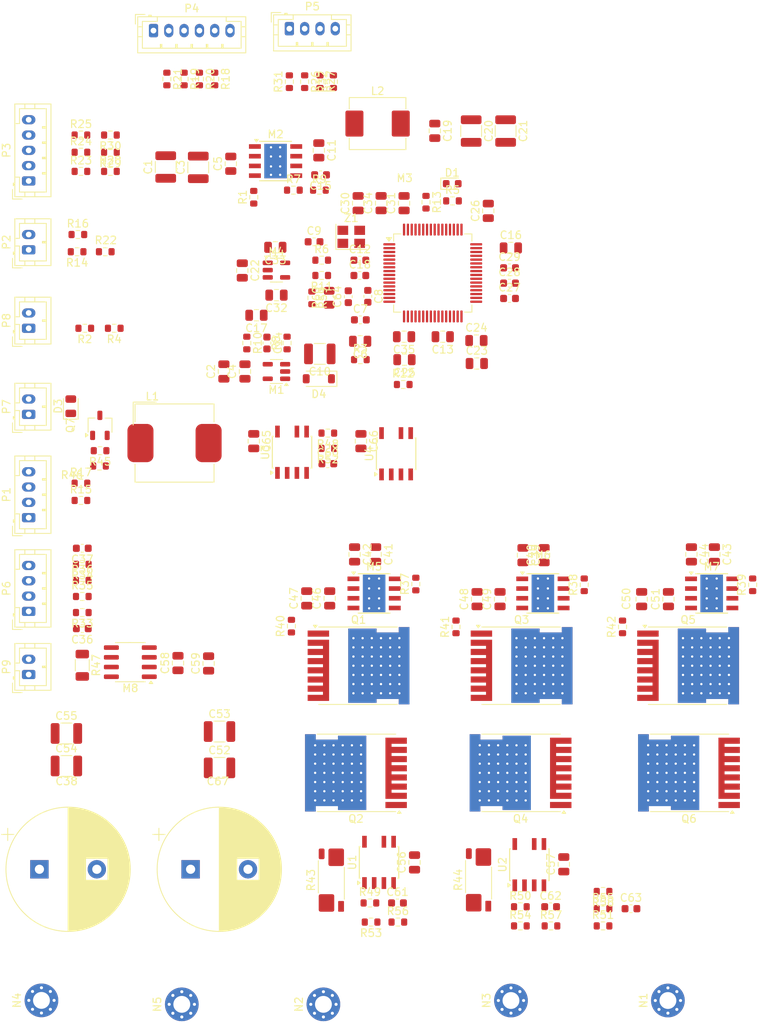
<source format=kicad_pcb>
(kicad_pcb (version 20240108) (generator "pcbnew") (generator_version "8.0")
  (layers (0 "F.Cu" signal) (31 "B.Cu" signal) (34 "B.Paste" user) (35 "F.Paste" user) (36 "B.SilkS" user "B.Silkscreen") (37 "F.SilkS" user "F.Silkscreen") (38 "B.Mask" user) (39 "F.Mask" user) (44 "Edge.Cuts" user))
  (net 0 "")
  (net 1 "+48V")
  (net 2 "GND")
  (net 3 "+5V")
  (net 4 "Net-(M3-V_DDA)")
  (net 5 "Net-(M3-PA0{slash}WKUP{slash}ADC_IN0)")
  (net 6 "Net-(C9-Pad2)")
  (net 7 "+12V")
  (net 8 "Net-(M2-BST)")
  (net 9 "Net-(M2-SW)")
  (net 10 "Net-(M3-OSC_IN)")
  (net 11 "Net-(M3-V_CAP1)")
  (net 12 "Net-(M1-FB)")
  (net 13 "Net-(M2-FB)")
  (net 14 "Net-(M3-V_CAP2)")
  (net 15 "NRST")
  (net 16 "+3.3V")
  (net 17 "Net-(M3-PC6{slash}TIM3_CH1)")
  (net 18 "Net-(M3-PC7{slash}TIM3_CH2)")
  (net 19 "Net-(M3-PC8{slash}TIM3_CH3)")
  (net 20 "Net-(M4-NR{slash}FB)")
  (net 21 "ADC_ANG")
  (net 22 "ADC_BRK")
  (net 23 "Net-(M5-HS)")
  (net 24 "Net-(M5-HB)")
  (net 25 "Net-(M6-HB)")
  (net 26 "Net-(M6-HS)")
  (net 27 "Net-(M7-HB)")
  (net 28 "TERMINAL_C")
  (net 29 "Net-(U3B-+)")
  (net 30 "Net-(U3A-+)")
  (net 31 "Net-(U4A-+)")
  (net 32 "Net-(U4B-+)")
  (net 33 "PCB_NTC")
  (net 34 "Net-(D1-Pad2)")
  (net 35 "Net-(Q7-D)")
  (net 36 "Net-(D4-A)")
  (net 37 "12V_EN")
  (net 38 "Net-(M2-RON)")
  (net 40 "BOOT")
  (net 41 "Net-(M3-OSC_OUT)")
  (net 45 "Net-(M3-PB7{slash}I2C1_SDA{slash}TIM4_CH2)")
  (net 46 "VOLTAGE_B")
  (net 47 "Net-(M3-PA4{slash}SPI1_NSS{slash}DAC_OUT1)")
  (net 49 "Net-(M3-PB6{slash}I2C1_SCL{slash}TIM4_CH1)")
  (net 50 "FET_AL")
  (net 51 "CURRENT_B")
  (net 53 "FET_CL")
  (net 55 "Net-(M3-PC10{slash}USART3_TX)")
  (net 56 "CAN_TX")
  (net 59 "FAN")
  (net 61 "Net-(M3-PA6{slash}SPI1_MISO)")
  (net 62 "Net-(M3-PA13{slash}SWDIO)")
  (net 63 "LED")
  (net 65 "FET_CH")
  (net 66 "CURRENT_A")
  (net 67 "FET_BL")
  (net 69 "FET_AH")
  (net 70 "CAN_RX")
  (net 71 "Net-(M3-PC11{slash}USART3_RX)")
  (net 72 "Net-(M3-PA5{slash}SPI1_SCK{slash}DAC_OUT2)")
  (net 73 "Net-(M3-PA7{slash}SPI1_MOSI)")
  (net 74 "VOLTAGE_U")
  (net 76 "VOLTAGE_C")
  (net 78 "Net-(M3-PA14{slash}SWCLK)")
  (net 79 "VOLTAGE_A")
  (net 82 "FET_BH")
  (net 83 "Net-(M5-HO)")
  (net 84 "Net-(M5-LO)")
  (net 85 "Net-(M6-HO)")
  (net 86 "Net-(M6-LO)")
  (net 87 "Net-(M7-LO)")
  (net 88 "Net-(M7-HO)")
  (net 89 "Net-(M8-CANH)")
  (net 90 "Net-(M8-CANL)")
  (net 91 "TERMINAL_A")
  (net 92 "TERMINAL_B")
  (net 93 "USART_RX")
  (net 94 "USART_TX")
  (net 95 "SWCLK")
  (net 96 "SWDIO")
  (net 97 "HALL_C")
  (net 98 "HALL_B")
  (net 99 "HALL_A")
  (net 100 "SPI_MOSI")
  (net 101 "SPI_SCK")
  (net 102 "SPI_MISO")
  (net 103 "SPI_NSS")
  (net 104 "IN_DIR")
  (net 105 "IN_PPM")
  (net 106 "Net-(P6-Pad3)")
  (net 107 "Net-(P6-Pad2)")
  (net 108 "EXT_NTC")
  (net 109 "Net-(Q1-G)")
  (net 110 "Net-(Q2-G)")
  (net 111 "Net-(Q3-G)")
  (net 112 "Net-(Q4-G)")
  (net 113 "Net-(Q5-G)")
  (net 114 "Net-(Q6-G)")
  (net 115 "Net-(Q7-G)")
  (net 116 "Net-(U1-_)")
  (net 117 "Net-(U1-+)")
  (net 118 "Net-(U2-_)")
  (net 119 "Net-(U2-+)")
  (net 120 "NC")
  (footprint "Capacitor_SMD:C_0805_2012Metric" (layer "F.Cu") (at 47.75 122.15 90)
    (property "Reference" "C4")
    (property "Value" "0.1uF 25v")
  )
  (footprint "Resistor_SMD:R_0603_1608Metric" (layer "F.Cu") (at 30.175 96)
    (property "Reference" "R28")
    (property "Value" "1K")
  )
  (footprint "Connector_JST:JST_PH_B2B-PH-K_1x02_P2.00mm_Vertical" (layer "F.Cu") (at 19.5 116.5 90)
    (property "Reference" "P8")
    (property "Value" "NTC")
  )
  (footprint "Resistor_SMD:R_0603_1608Metric" (layer "F.Cu") (at 25.825 106.5 180)
    (property "Reference" "R14")
    (property "Value" "330")
  )
  (footprint "Capacitor_SMD:C_0603_1608Metric" (layer "F.Cu") (at 56.775 105.2)
    (property "Reference" "C9")
    (property "Value" "12pF")
  )
  (footprint "Capacitor_SMD:C_0805_2012Metric" (layer "F.Cu") (at 64.82 146.05 -90)
    (property "Reference" "C41")
    (property "Value" "0.1uF 25v")
  )
  (footprint "Capacitor_SMD:C_0805_2012Metric" (layer "F.Cu") (at 51.8675 112.17 180)
    (property "Reference" "C32")
    (property "Value" "0.1uF 25v")
  )
  (footprint "Crystal:Crystal_SMD_3225-4Pin_3.2x2.5mm" (layer "F.Cu") (at 61.635 104.55)
    (property "Reference" "Z1")
    (property "Value" "12MHz")
  )
  (footprint "Resistor_SMD:R_0603_1608Metric" (layer "F.Cu") (at 71.4 100.025 -90)
    (property "Reference" "R13")
    (property "Value" "10K")
  )
  (footprint "MountingHole:MountingHole_2.2mm_M2_Pad_Via" (layer "F.Cu") (at 82.5 204.35 90)
    (property "Reference" "N3")
    (property "Value" "PAD4")
  )
  (footprint "Package_SO:SOIC-8_3.9x4.9mm_P1.27mm" (layer "F.Cu") (at 32.775 160.135 180)
    (property "Reference" "M8")
    (property "Value" "SN65HVD256")
  )
  (footprint "Capacitor_SMD:C_0805_2012Metric" (layer "F.Cu") (at 57.4 93.25 -90)
    (property "Reference" "C11")
    (property "Value" "2.2nF 50v")
  )
  (footprint "Package_QFP:LQFP-64_10x10mm_P0.5mm" (layer "F.Cu") (at 72.285 109.28)
    (property "Reference" "M3")
    (property "Value" "STM32F405RG")
  )
  (footprint "Package_TO_SOT_SMD:TSOT-23" (layer "F.Cu") (at 28.8 129.19 90)
    (property "Reference" "Q7")
    (property "Value" "IRLML6401")
  )
  (footprint "Package_TO_SOT_SMD:SOT-23-5" (layer "F.Cu") (at 51.8625 108.9)
    (property "Reference" "M4")
    (property "Value" "TPS73633")
  )
  (footprint "Capacitor_SMD:C_0805_2012Metric" (layer "F.Cu") (at 68.535 100.155 90)
    (property "Reference" "C31")
    (property "Value" "0.1uF 25v")
  )
  (footprint "Resistor_SMD:R_0805_2012Metric" (layer "F.Cu") (at 58.75 112.5125 90)
    (property "Reference" "R60")
    (property "Value" "10K NTC")
  )
  (footprint "Resistor_SMD:R_0603_1608Metric" (layer "F.Cu") (at 26.5 147.35 180)
    (property "Reference" "R34")
    (property "Value" "10K 1%")
  )
  (footprint "Capacitor_SMD:C_0805_2012Metric" (layer "F.Cu") (at 48.9 131.25 -90)
    (property "Reference" "C65")
    (property "Value" "0.1uF 25v")
  )
  (footprint "Inductor_SMD:L_Abracon_ASPI-0630LR" (layer "F.Cu") (at 65.075 89.75)
    (property "Reference" "L2")
    (property "Value" "22uH")
  )
  (footprint "Package_SO:Texas_HSOP-8-1EP_3.9x4.9mm_P1.27mm_ThermalVias" (layer "F.Cu") (at 64.62 151.15)
    (property "Reference" "M5")
    (property "Value" "UCC27211A")
  )
  (footprint "Capacitor_SMD:C_0603_1608Metric" (layer "F.Cu") (at 58.575 134.2)
    (property "Reference" "C60")
    (property "Value" "1nF C0G")
  )
  (footprint "Capacitor_SMD:C_0805_2012Metric" (layer "F.Cu") (at 81.07 151.9 90)
    (property "Reference" "C49")
    (property "Value" "0.1uF 25v")
  )
  (footprint "Capacitor_SMD:C_0805_2012Metric" (layer "F.Cu") (at 55.82 151.8 90)
    (property "Reference" "C47")
    (property "Value" "0.1uF 25v")
  )
  (footprint "Package_SO:SOIC-8-N7_3.9x4.9mm_P1.27mm" (layer "F.Cu") (at 53.9 132.7 90)
    (property "Reference" "U3")
    (property "Value" "AD8539")
  )
  (footprint "Resistor_SMD:R_0603_1608Metric" (layer "F.Cu") (at 114.07 150.025 90)
    (property "Reference" "R39")
    (property "Value" "2")
  )
  (footprint "Capacitor_SMD:C_0805_2012Metric" (layer "F.Cu") (at 58.82 151.8 90)
    (property "Reference" "C46")
    (property "Value" "4.7uF 25v")
  )
  (footprint "Capacitor_SMD:C_0805_2012Metric" (layer "F.Cu") (at 45 122.15 90)
    (property "Reference" "C2")
    (property "Value" "4.7uF 16v")
  )
  (footprint "Capacitor_SMD:C_0805_2012Metric" (layer "F.Cu") (at 69.9 186.3 90)
    (property "Reference" "C56")
    (property "Value" "0.1uF 25v")
  )
  (footprint "Resistor_SMD:R_0603_1608Metric" (layer "F.Cu") (at 83.725 194.6)
    (property "Reference" "R54")
    (property "Value" "22K 1%")
  )
  (footprint "Resistor_SMD:R_0603_1608Metric" (layer "F.Cu") (at 26.5 149.45)
    (property "Reference" "R36")
    (property "Value" "10K 1%")
  )
  (footprint "Capacitor_SMD:C_0603_1608Metric" (layer "F.Cu") (at 62.76 107.605)
    (property "Reference" "C12")
    (property "Value" "12pF")
  )
  (footprint "Capacitor_SMD:C_0603_1608Metric" (layer "F.Cu") (at 50.622 118.425 -90)
    (property "Reference" "C14")
    (property "Value" "180pF")
  )
  (footprint "Package_TO_SOT_SMD:Infineon_PG-HSOF-8-1_ThermalVias" (layer "F.Cu") (at 105.75 174.6 180)
    (property "Reference" "Q6")
    (property "Value" "IPT010N08NM5")
  )
  (footprint "Capacitor_SMD:C_1210_3225Metric" (layer "F.Cu") (at 81.8 90.725 -90)
    (property "Reference" "C21")
    (property "Value" "47uF 10v")
  )
  (footprint "Connector_JST:JST_PH_B2B-PH-K_1x02_P2.00mm_Vertical" (layer "F.Cu") (at 19.5 106.25 90)
    (property "Reference" "P2")
    (property "Value" "SWD")
  )
  (footprint "Resistor_SMD:R_0603_1608Metric" (layer "F.Cu") (at 28.75 134.5 180)
    (property "Reference" "R46")
    (property "Value" "1K")
  )
  (footprint "Capacitor_SMD:C_0805_2012Metric" (layer "F.Cu") (at 82.485 106.005)
    (property "Reference" "C16")
    (property "Value" "0.1uF 25v")
  )
  (footprint "Capacitor_SMD:C_0805_2012Metric" (layer "F.Cu") (at 109.07 146.05 -90)
    (property "Reference" "C43")
    (property "Value" "0.1uF 25v")
  )
  (footprint "Capacitor_SMD:C_0603_1608Metric" (layer "F.Cu") (at 26.5 155.75 180)
    (property "Reference" "C36")
    (property "Value" "0.01uF 25v")
  )
  (footprint "Capacitor_SMD:C_1210_3225Metric" (layer "F.Cu") (at 24.425 169.45)
    (property "Reference" "C55")
    (property "Value" "4.7uF 100v")
  )
  (footprint "Capacitor_THT:CP_Radial_D16.0mm_P7.50mm" (layer "F.Cu") (at 20.9 187.2)
    (property "Reference" "C38")
    (property "Value" "680uF 80v")
  )
  (footprint "Capacitor_SMD:C_0603_1608Metric" (layer "F.Cu") (at 26.5 145.25 180)
    (property "Reference" "C37")
    (property "Value" "0.01uF 25v")
  )
  (footprint "Package_SO:TI_SO-PowerPAD-8_ThermalVias" (layer "F.Cu") (at 51.75 94.65)
    (property "Reference" "M2")
    (property "Value" "LM5164")
  )
  (footprint "Resistor_SMD:R_0603_1608Metric" (layer "F.Cu") (at 94.525 194.6)
    (property "Reference" "R51")
    (property "Value" "470K 1%")
  )
  (footprint "Resistor_SMD:R_1206_3216Metric" (layer "F.Cu") (at 26.5 160.5375 -90)
    (property "Reference" "R47")
    (property "Value" "470")
  )
  (footprint "Resistor_SMD:R_0603_1608Metric" (layer "F.Cu") (at 57.475 98.45)
    (property "Reference" "R9")
    (property "Value" "100K 1%")
  )
  (footprint "Resistor_SMD:R_0603_1608Metric" (layer "F.Cu") (at 26.325 139)
    (property "Reference" "R15")
    (property "Value" "330")
  )
  (footprint "Package_SO:SOIC-8-N7_3.9x4.9mm_P1.27mm" (layer "F.Cu") (at 65.265 186.3 90)
    (property "Reference" "U1")
    (property "Value" "AD8418")
  )
  (footprint "Capacitor_SMD:C_0603_1608Metric" (layer "F.Cu") (at 62.76 109.605)
    (property "Reference" "C18")
    (property "Value" "0.01uF 25v")
  )
  (footprint "Inductor_SMD:L_Bourns_SRP1050WA" (layer "F.Cu") (at 38.55 131.5)
    (property "Reference" "L1")
    (property "Value" "10uH")
  )
  (footprint "Resistor_SMD:R_0603_1608Metric" (layer "F.Cu") (at 57.775 109.6 180)
    (property "Reference" "R11")
    (property "Value" "10K")
  )
  (footprint "Connector_JST:JST_PH_B4B-PH-K_1x04_P2.00mm_Vertical" (layer "F.Cu") (at 53.55 77.35)
    (property "Reference" "P5")
    (property "Value" "PPM")
  )
  (footprint "Resistor_SMD:R_0603_1608Metric" (layer "F.Cu") (at 58.575 132.2 180)
    (property "Reference" "R52")
    (property "Value" "22K 1%")
  )
  (footprint "Connector_JST:JST_PH_B2B-PH-K_1x02_P2.00mm_Vertical" (layer "F.Cu") (at 19.5 127.75 90)
    (property "Reference" "P7")
    (property "Value" "FAN")
  )
  (footprint "Resistor_SMD:R_0603_1608Metric" (layer "F.Cu") (at 37.55 83.925 -90)
    (property "Reference" "R21")
    (property "Value" "330")
  )
  (footprint "Package_SO:SOIC-8-N7_3.9x4.9mm_P1.27mm" (layer "F.Cu") (at 84.9 186.6 90)
    (property "Reference" "U2")
    (property "Value" "AD8418")
  )
  (footprint "Resistor_SMD:R_0603_1608Metric" (layer "F.Cu") (at 26.325 136.75)
    (property "Reference" "R17")
    (property "Value" "330")
  )
  (footprint "Resistor_SMD:R_0603_1608Metric" (layer "F.Cu") (at 26.325 96)
    (property "Reference" "R23")
    (property "Value" "1K")
  )
  (footprint "Capacitor_SMD:C_1210_3225Metric" (layer "F.Cu") (at 37.4 95.425 90)
    (property "Reference" "C1")
    (property "Value" "2.2uF 100v")
  )
  (footprint "Capacitor_SMD:C_0805_2012Metric" (layer "F.Cu") (at 103.07 151.9 90)
    (property "Reference" "C51")
    (property "Value" "0.1uF 25v")
  )
  (footprint "Capacitor_SMD:C_1210_3225Metric" (layer "F.Cu") (at 44.425 169.2)
    (property "Reference" "C53")
    (property "Value" "4.7uF 100v")
  )
  (footprint "Capacitor_SMD:C_0603_1608Metric" (layer "F.Cu") (at 82.31 112.605)
    (property "Reference" "C27")
    (property "Value" "0.01uF 25v")
  )
  (footprint "Capacitor_SMD:C_0805_2012Metric" (layer "F.Cu") (at 65.535 100.15 90)
    (property "Reference" "C34")
    (property "Value" "0.1uF 25v")
  )
  (footprint "Capacitor_SMD:C_1210_3225Metric" (layer "F.Cu") (at 44.425 173.95)
    (property "Reference" "C52")
    (property "Value" "4.7uF 100v")
  )
  (footprint "Capacitor_SMD:C_0805_2012Metric" (layer "F.Cu") (at 51.7175 105.92 180)
    (property "Reference" "C33")
    (property "Value" "0.1uF 25v")
  )
  (footprint "Capacitor_SMD:C_0805_2012Metric" (layer "F.Cu") (at 62.535 100.155 90)
    (property "Reference" "C30")
    (property "Value" "4.7uF 16v")
  )
  (footprint "Resistor_SMD:R_0603_1608Metric" (layer "F.Cu") (at 64.225 194.1 180)
    (property "Reference" "R53")
    (property "Value" "22K 1%")
  )
  (footprint "Package_TO_SOT_SMD:Infineon_PG-HSOF-8-1_ThermalVias" (layer "F.Cu") (at 62.25 174.6 180)
    (property "Reference" "Q2")
    (property "Value" "IPT010N08NM5")
  )
  (footprint "Resistor_SMD:R_0603_1608Metric" (layer "F.Cu") (at 55.55 84.275 -90)
    (property "Reference" "R26")
    (property "Value" "330")
  )
  (footprint "Resistor_SMD:R_0603_1608Metric" (layer "F.Cu") (at 29.5 106.5 180)
    (property "Reference" "R22")
    (property "Value" "1")
  )
  (footprint "Capacitor_SMD:C_0805_2012Metric" (layer "F.Cu") (at 72.55 90.7 -90)
    (property "Reference" "C19")
    (property "Value" "1uF 25v")
  )
  (footprint "Resistor_SMD:R_0603_1608Metric" (layer "F.Cu") (at 75.32 155.525 90)
    (property "Reference" "R41")
    (property "Value" "2")
  )
  (footprint "Resistor_SMD:R_0603_1608Metric" (layer "F.Cu") (at 53.25 118.425 90)
    (property "Reference" "R8")
    (property "Value" "100K 1%")
  )
  (footprint "Resistor_SMD:R_0603_1608Metric" (layer "F.Cu") (at 74.86 99.855)
    (property "Reference" "R5")
    (property "Value" "1K")
  )
  (footprint "Resistor_SMD:R_0603_1608Metric" (layer "F.Cu") (at 57.775 107.6)
    (property "Reference" "R6")
    (property "Value" "1K")
  )
  (footprint "Resistor_SMD:R_Shunt_Vishay_WSK2512_6332Metric_T1.19mm" (layer "F.Cu") (at 59.035 188.615 90)
    (property "Reference" "R43")
    (property "Value" "0.0005 1%")
  )
  (footprint "Resistor_SMD:R_0603_1608Metric" (layer "F.Cu") (at 94.525 190.1 180)
    (property "Reference" "R58")
    (property "Value" "470K 1%")
  )
  (footprint "Resistor_SMD:R_0603_1608Metric" (layer "F.Cu") (at 68.425 123.85)
    (property "Reference" "R12")
    (property "Value" "10K")
  )
  (footprint "Capacitor_SMD:C_0805_2012Metric" (layer "F.Cu") (at 84.07 146.15 -90)
    (property "Reference" "C39")
    (property "Value" "0.1uF 25v")
  )
  (footprint "Capacitor_THT:CP_Radial_D16.0mm_P7.50mm" (layer "F.Cu") (at 40.65 187.2)
    (property "Reference" "C67")
    (property "Value" "680uF 80v")
  )
  (footprint "Resistor_SMD:R_0603_1608Metric" (layer "F.Cu") (at 26.5 153.65 180)
    (property "Reference" "R33")
    (property "Value" "10K 1%")
  )
  (footprint "Capacitor_SMD:C_0805_2012Metric" (layer "F.Cu") (at 68.585 120.605 180)
    (property "Reference" "C25")
    (property "Value" "4.7uF 16v")
  )
  (footprint "Capacitor_SMD:C_0603_1608Metric" (layer "F.Cu") (at 82.31 108.605)
    (property "Reference" "C29")
    (property "Value" "0.01uF 25v")
  )
  (footprint "Capacitor_SMD:C_0603_1608Metric" (layer "F.Cu") (at 67.675 191.6)
    (property "Reference" "C61")
    (property "Value" "1nF C0G")
  )
  (footprint "Package_TO_SOT_SMD:SOT-23-5" (layer "F.Cu") (at 51.8625 122.15 180)
    (property "Reference" "M1")
    (property "Value" "TPS61040")
  )
  (footprint "Capacitor_SMD:C_0805_2012Metric" (layer "F.Cu") (at 39 160.25 90)
    (property "Reference" "C58")
    (property "Value" "0.1uF 25v")
  )
  (footprint "Capacitor_SMD:C_0603_1608Metric" (layer "F.Cu") (at 57.625 96.45 180)
    (property "Reference" "C15")
    (property "Value" "180pF")
  )
  (footprint "Resistor_SMD:R_0603_1608Metric" (layer "F.Cu") (at 64.075 191.6)
    (property "Reference" "R49")
    (property "Value" "470K 1%")
  )
  (footprint "Resistor_SMD:R_0603_1608Metric" (layer "F.Cu") (at 41.8 83.925 -90)
    (property "Reference" "R20")
    (property "Value" "330")
  )
  (footprint "Capacitor_SMD:C_0603_1608Metric" (layer "F.Cu") (at 82.31 110.605)
    (property "Reference" "C28")
    (property "Value" "0.01uF 25v")
  )
  (footprint "Capacitor_SMD:C_0805_2012Metric" (layer "F.Cu") (at 106.07 146.05 -90)
    (property "Reference" "C44")
    (property "Value" "1uF 25v")
  )
  (footprint "Connector_JST:JST_PH_B2B-PH-K_1x02_P2.00mm_Vertical" (layer "F.Cu") (at 19.5 161.75 90)
    (property "Reference" "P9")
    (property "Value" "CAN")
  )
  (footprint "Capacitor_SMD:C_0805_2012Metric" (layer "F.Cu") (at 78.035 121.105)
    (property "Reference" "C23")
    (property "Value" "4.7uF 16v")
  )
  (footprint "Package_TO_SOT_SMD:Infineon_PG-HSOF-8-1_ThermalVias" (layer "F.Cu") (at 83.89 160.6)
    (property "Reference" "Q3")
    (property "Value" "IPT010N08NM5")
  )
  (footprint "Package_TO_SOT_SMD:Infineon_PG-HSOF-8-1_ThermalVias" (layer "F.Cu") (at 105.64 160.6)
    (property "Reference" "Q5")
    (property "Value" "IPT010N08NM5")
  )
  (footprint "Capacitor_SMD:C_1210_3225Metric" (layer "F.Cu") (at 57.525 119.85 180)
    (property "Reference" "C10")
    (property "Value" "10uF 25v")
  )
  (footprint "Capacitor_SMD:C_0603_1608Metric" (layer "F.Cu") (at 63.8 112.325 -90)
    (property "Reference" "C8")
    (property "Value" "0.01uF 25v")
  )
  (footprint "Capacitor_SMD:C_0805_2012Metric" (layer "F.Cu") (at 45.9 95 90)
    (property "Reference" "C5")
    (property "Value" "0.1uF 100v")
  )
  (footprint "LED_SMD:LED_0603_1608Metric" (layer "F.Cu") (at 74.8225 97.605)
    (property "Reference" "D1")
    (property "Value" "LED")
  )
  (footprint "Resistor_SMD:R_0603_1608Metric" (layer "F.Cu") (at 28.825 132.5 180)
    (property "Reference" "R45")
    (property "Value" "47K")
  )
  (footprint "MountingHole:MountingHole_2.2mm_M2_Pad_Via" (layer "F.Cu") (at 58 204.85 90)
    (property "Reference" "N2")
    (property "Value" "PAD4")
  )
  (footprint "Capacitor_SMD:C_0805_2012Metric" (layer "F.Cu") (at 62.07 146.05 -90)
    (property "Reference" "C42")
    (property "Value" "1uF 25v")
  )
  (footprint "Capacitor_SMD:C_0603_1608Metric" (layer "F.Cu") (at 87.675 192.1)
    (property "Reference" "C62")
    (property "Value" "1nF C0G")
  )
  (footprint "Capacitor_SMD:C_0805_2012Metric" (layer "F.Cu") (at 78.07 151.9 90)
    (property "Reference" "C48")
    (property "Value" "4.7uF 25v")
  )
  (footprint "Resistor_SMD:R_0603_1608Metric" (layer "F.Cu") (at 67.725 194.1)
    (property "Reference" "R56")
    (property "Value" "470K 1%")
  )
  (footprint "Resistor_SMD:R_0603_1608Metric" (layer "F.Cu") (at 47.994 118.425 -90)
    (property "Reference" "R10")
    (property "Value" "13.7K 1%")
  )
  (footprint "Package_SO:Texas_HSOP-8-1EP_3.9x4.9mm_P1.27mm_ThermalVias" (layer "F.Cu") (at 86.67 151.15)
    (property "Reference" "M6")
    (property "Value" "UCC27211A")
  )
  (footprint "Resistor_SMD:R_0603_1608Metric" (layer "F.Cu") (at 92.07 150.025 90)
    (property "Reference" "R38")
    (property "Value" "2")
  )
  (footprint "Resistor_SMD:R_0603_1608Metric" (layer "F.Cu") (at 26.325 91.25)
    (property "Reference" "R25")
    (property "Value" "1K")
  )
  (footprint "Resistor_SMD:R_0603_1608Metric" (layer "F.Cu") (at 30.175 93.5 180)
    (property "Reference" "R29")
    (property "Value" "1K")
  )
  (footprint "Package_TO_SOT_SMD:Infineon_PG-HSOF-8-1_ThermalVias" (layer "F.Cu") (at 62.59 160.6)
    (property "Reference" "Q1")
    (property "Value" "IPT010N08NM5")
  )
  (footprint "Resistor_SMD:R_0603_1608Metric" (layer "F.Cu") (at 39.8 83.925 -90)
    (property "Reference" "R19")
    (property "Value" "330")
  )
  (footprint "Capacitor_SMD:C_1210_3225Metric" (layer "F.Cu") (at 77.3 90.725 -90)
    (property "Reference" "C20")
    (property "Value" "47uF 10v")
  )
  (footprint "Package_TO_SOT_SMD:Infineon_PG-HSOF-8-1_ThermalVias" (layer "F.Cu") (at 83.75 174.6 180)
    (property "Reference" "Q4")
    (property "Value" "IPT010N08NM5")
  )
  (footprint "Resistor_SMD:R_0603_1608Metric" (layer "F.Cu") (at 70.07 149.925 90)
    (property "Reference" "R37")
    (property "Value" "2")
  )
  (footprint "Resistor_SMD:R_0603_1608Metric" (layer "F.Cu") (at 30.175 91.25 180)
    (property "Reference" "R30")
    (property "Value" "1K")
  )
  (footprint "Capacitor_SMD:C_0603_1608Metric" (layer "F.Cu") (at 62.825 115.4)
    (property "Reference" "C7")
    (property "Value" "0.01uF 25v")
  )
  (footprint "Resistor_SMD:R_0603_1608Metric" (layer "F.Cu") (at 30.675 116.5 180)
    (property "Reference" "R4")
    (property "Value" "330")
  )
  (footprint "Connector_JST:JST_PH_B4B-PH-K_1x04_P2.00mm_Vertical" (layer "F.Cu") (at 19.5 153.5 90)
    (property "Reference" "P6")
    (property "Value" "ANALOG")
  )
  (footprint "Resistor_SMD:R_0603_1608Metric" (layer "F.Cu") (at 59.3 84.275 90)
    (property "Reference" "R32")
    (property "Value" "1K")
  )
  (footprint "Capacitor_SMD:C_0805_2012Metric" (layer "F.Cu") (at 77.985 118.105)
    (property "Reference" "C24")
    (property "Value" "0.1uF 25v")
  )
  (footprint "Capacitor_SMD:C_1210_3225Metric" (layer "F.Cu") (at 41.65 95.475 90)
    (property "Reference" "C3")
    (property "Value" "2.2uF 100v")
  )
  (footprint "Resistor_SMD:R_Shunt_Vishay_WSK2512_6332Metric_T1.19mm" (layer "F.Cu") (at 78.265 188.585 90)
    (property "Reference" "R44")
    (property "Value" "0.0005 1%")
  )
  (footprint "Resistor_SMD:R_0603_1608Metric" (layer "F.Cu") (at 48.9 99.375 90)
    (property "Reference" "R1")
    (property "Value" "15K")
  )
  (footprint "Capacitor_SMD:C_1210_3225Metric" (layer "F.Cu") (at 24.425 173.7)
    (property "Reference" "C54")
    (property "Value" "4.7uF 100v")
  )
  (footprint "MountingHole:MountingHole_2.2mm_M2_Pad_Via" (layer "F.Cu") (at 39.5 204.85 90)
    (property "Reference" "N5")
    (property "Value" "PAD4")
  )
  (footprint "Capacitor_SMD:C_0805_2012Metric" (layer "F.Cu") (at 49.25 114.8 180)
    (property "Reference" "C17")
    (property "Value" "0.1uF 25v")
  )
  (footprint "Capacitor_SMD:C_0805_2012Metric" (layer "F.Cu") (at 86.82 146.15 90)
    (property "Reference" "C40")
    (property "Value" "1uF 25v")
  )
  (footprint "Resistor_SMD:R_0603_1608Metric" (layer "F.Cu") (at 25.925 104.25)
    (property "Reference" "R16")
    (property "Value" "330")
  )
  (footprint "Capacitor_SMD:C_0603_1608Metric" (layer "F.Cu") (at 61.25 112.375 90)
    (property "Reference" "C64")
    (property "Value" "0.01uF 25v")
  )
  (footprint "Capacitor_SMD:C_0805_2012Metric" (layer "F.Cu") (at 68.535 117.605 180)
    (property "Reference" "C35")
    (property "Value" "0.1uF 25v")
  )
  (footprint "Resistor_SMD:R_0603_1608Metric" (layer "F.Cu") (at 62.825 120.6)
    (property "Reference" "R3")
    (property "Value" "1")
  )
  (footprint "Diode_SMD:D_SOD-123" (layer "F.Cu") (at 57.4 123.1 180)
    (property "Reference" "D4")
    (property "Value" "MBR0530")
  )
  (footprint "Resistor_SMD:R_0603_1608Metric" (layer "F.Cu") (at 57.55 84.275 -90)
    (property "Reference" "R27")
    (property "Value" "330")
  )
  (footprint "Connector_JST:JST_PH_B4B-PH-K_1x04_P2.00mm_Vertical" (layer "F.Cu") (at 19.5 141.25 90)
    (property "Reference" "P1")
    (property "Value" "USART")
  )
  (footprint "Capacitor_SMD:C_0805_2012Metric" (layer "F.Cu") (at 62.9 131.25 -90)
    (property "Reference" "C66")
    (property "Value" "0.1uF 25v")
  )
  (footprint "Capacitor_SMD:C_0805_2012Metric" (layer "F.Cu") (at 79.535 101.155 90)
    (property "Reference" "C26")
    (property "Value" "0.1uF 25v")
  )
  (footprint "Resistor_SMD:R_0603_1608Metric" (layer "F.Cu") (at 26.325 93.5)
    (property "Reference" "R24")
    (property "Value" "1K")
  )
  (footprint "Capacitor_SMD:C_0805_2012Metric" (layer "F.Cu") (at 99.57 151.9 90)
    (property "Reference" "C50")
    (property "Value" "4.7uF 25v")
  )
  (footprint "Capacitor_SMD:C_0805_2012Metric" (layer "F.Cu") (at 62.8 118.2 180)
    (property "Reference" "C6")
    (property "Value" "0.1uF 25v")
  )
  (footprint "Resistor_SMD:R_0603_1608Metric" (layer "F.Cu") (at 26.5 151.55)
    (property "Reference" "R35")
    (property "Value" "10K 1%")
  )
  (footprint "Capacitor_SMD:C_0805_2012Metric" (layer "F.Cu") (at 73.585 117.605 180)
    (property "Reference" "C13")
    (property "Value" "0.1uF 25v")
  )
  (footprint "Capacitor_SMD:C_0805_2012Metric" (layer "F.Cu") (at 89.4 186.55 90)
    (property "Reference" "C57")
    (property "Value" "0.1uF 25v")
  )
  (footprint "Package_SO:Texas_HSOP-8-1EP_3.9x4.9mm_P1.27mm_ThermalVias" (layer "F.Cu") (at 108.72 151.15)
    (property "Reference" "M7")
    (property "Value" "UCC27211A")
  )
  (footprint "MountingHole:MountingHole_2.2mm_M2_Pad_Via" (layer "F.Cu") (at 103 204.35 90)
    (property "Reference" "N1")
    (property "Value" "PAD4")
  )
  (footprint "Resistor_SMD:R_0603_1608Metric" (layer "F.Cu") (at 26.825 116.5 180)
    (property "Reference" "R2")
    (property "Value" "10K 1%")
  )
  (footprint "Resistor_SMD:R_0603_1608Metric" (layer "F.Cu") (at 94.525 192.35)
    (property "Reference" "R55")
    (property "Value" "22K 1%")
  )
  (footprint "Resistor_SMD:R_0603_1608Metric" (layer "F.Cu") (at 53.55 84.275 90)
    (property "Reference" "R31")
    (property "Value" "1K")
  )
  (footprint "Capacitor_SMD:C_0805_2012Metric" (layer "F.Cu") (at 47.4 108.95 -90)
    (property "Reference" "C22")
    (property "Value" "4.7uF 16v")
  )
  (footprint "Resistor_SMD:R_0603_1608Metric" (layer "F.Cu") (at 56.5 112.525 -90)
    (property "Reference" "R59")
    (property "Value" "10K 1%")
  )
  (footprint "Resistor_SMD:R_0603_1608Metric" (layer "F.Cu") (at 87.725 194.6)
    (property "Reference" "R57")
    (property "Value" "470K 1%")
  )
  (footprint "Connector_JST:JST_PH_B5B-PH-K_1x05_P2.00mm_Vertical" (layer "F.Cu") (at 19.5 97.25 90)
    (property "Reference" "P3")
    (property "Value" "HALL")
  )
  (footprint "Resistor_SMD:R_0603_1608Metric" (layer "F.Cu") (at 43.8 83.925 -90)
    (property "Reference" "R18")
    (property "Value" "330")
  )
  (footprint "Connector_JST:JST_PH_B6B-PH-K_1x06_P2.00mm_Vertical" (layer "F.Cu") (at 35.8 77.6)
    (property "Reference" "P4")
    (property "Value" "SPI")
  )
  (footprint "Capacitor_SMD:C_0805_2012Metric" (layer "F.Cu") (at 43 160.3 90)
    (property "Reference" "C59")
    (property "Value" "1uF 25v")
  )
  (footprint "Package_SO:SOIC-8-N7_3.9x4.9mm_P1.27mm" (layer "F.Cu") (at 67.495 132.9 90)
    (property "Reference" "U4")
    (property "Value" "AD8539")
  )
  (footprint "Resistor_SMD:R_0603_1608Metric" (layer "F.Cu") (at 53.82 155.425 90)
    (property "Reference" "R40")
    (property "Value" "2")
  )
  (footprint "Resistor_SMD:R_0603_1608Metric" (layer "F.Cu") (at 83.725 192.1)
    (property "Reference" "R50")
    (property "Value" "470K 1%")
  )
  (footprint "Resistor_SMD:R_0603_1608Metric" (layer "F.Cu") (at 97.07 155.525 90)
    (property "Reference" "R42")
    (property "Value" "2")
  )
  (footprint "Resistor_SMD:R_0603_1608Metric" (layer "F.Cu") (at 54.075 98.45)
    (property "Reference" "R7")
    (property "Value" "31.5K 1%")
  )
  (footprint "Resistor_SMD:R_0603_1608Metric" (layer "F.Cu") (at 58.575 130.2 180)
    (property "Reference" "R48")
    (property "Value" "470K 1%")
  )
  (footprint "Diode_SMD:D_0805_2012Metric" (layer "F.Cu") (at 25 126.6875 90)
    (property "Reference" "D3")
    (property "Value" "1N4448WS")
  )
  (footprint "MountingHole:MountingHole_2.2mm_M2_Pad_Via" (layer "F.Cu") (at 21.166726 204.333274 90)
    (property "Reference" "N4")
    (property "Value" "PAD4")
  )
  (footprint "Capacitor_SMD:C_0603_1608Metric" (layer "F.Cu") (at 98.175 192.35)
    (property "Reference" "C63")
    (property "Value" "1nF C0G")
  )
)
</source>
